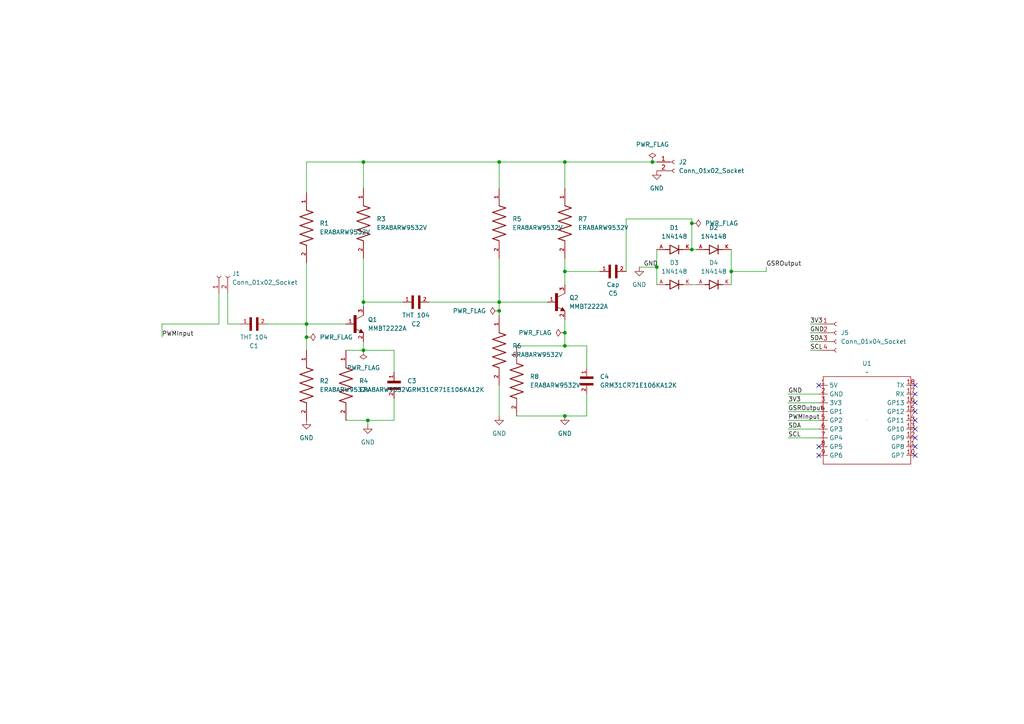
<source format=kicad_sch>
(kicad_sch (version 20231120) (generator "eeschema") (generator_version "8.0")
  (paper "A4")
  (lib_symbols
    (symbol "1N4148:1N4148" (pin_names (offset 1.016))
      (property "Reference" "D" (at -5.08 2.54 0))
      (property "Value" "1N4148" (at -5.08 -3.81 0))
      (symbol "1N4148_0_0"
        (polyline (pts (xy -2.54 0) (xy -1.27 0)) (stroke (width 0.254)))
        (polyline (pts (xy -1.27 -1.27) (xy 1.27 0)) (stroke (width 0.254)))
        (polyline (pts (xy -1.27 0) (xy -1.27 -1.27)) (stroke (width 0.254)))
        (polyline (pts (xy -1.27 1.27) (xy -1.27 0)) (stroke (width 0.254)))
        (polyline (pts (xy 1.27 0) (xy -1.27 1.27)) (stroke (width 0.254)))
        (polyline (pts (xy 1.27 0) (xy 1.27 -1.27)) (stroke (width 0.254)))
        (polyline (pts (xy 1.27 0) (xy 2.54 0)) (stroke (width 0.254)))
        (polyline (pts (xy 1.27 1.27) (xy 1.27 0)) (stroke (width 0.254)))
        (pin passive line (at -5.08 0 0) (length 2.54) (name "~") (number "A"))
        (pin passive line (at 5.08 0 180) (length 2.54) (name "~") (number "K"))
      )
    )
    (symbol "C0201C104K9PACTU:C0201C104K9PACTU" (pin_names (offset 1.016))
      (property "Reference" "C" (at 0 3.81 0))
      (property "Value" "C0201C104K9PACTU" (at 0 -5.08 0))
      (symbol "C0201C104K9PACTU_0_0"
        (rectangle (start 0 -1.905) (end 0.635 1.905) (stroke (width 0.1)) (fill (type outline)))
        (rectangle (start 1.905 -1.905) (end 2.54 1.905) (stroke (width 0.1)) (fill (type outline)))
        (pin passive line (at 5.08 0 180) (length 2.54) (name "~") (number "1"))
        (pin passive line (at -2.54 0 0) (length 2.54) (name "~") (number "2"))
      )
    )
    (symbol "Connector:Conn_01x02_Socket" (pin_names (offset 1.016) hide)
      (property "Reference" "J" (at 0 2.54 0))
      (property "Value" "Conn_01x02_Socket" (at 0 -5.08 0))
      (symbol "Conn_01x02_Socket_1_1"
        (arc (start 0 -2.032) (mid -0.5058 -2.54) (end 0 -3.048) (stroke (width 0.1524)))
        (polyline (pts (xy -1.27 -2.54) (xy -0.508 -2.54)) (stroke (width 0.1524)))
        (polyline (pts (xy -1.27 0) (xy -0.508 0)) (stroke (width 0.1524)))
        (arc (start 0 0.508) (mid -0.5058 0) (end 0 -0.508) (stroke (width 0.1524)))
        (pin passive line (at -5.08 0 0) (length 3.81) (name "Pin_1") (number "1"))
        (pin passive line (at -5.08 -2.54 0) (length 3.81) (name "Pin_2") (number "2"))
      )
    )
    (symbol "Connector:Conn_01x04_Socket" (pin_names (offset 1.016) hide)
      (property "Reference" "J" (at 0 5.08 0))
      (property "Value" "Conn_01x04_Socket" (at 0 -7.62 0))
      (symbol "Conn_01x04_Socket_1_1"
        (arc (start 0 -4.572) (mid -0.5058 -5.08) (end 0 -5.588) (stroke (width 0.1524)))
        (arc (start 0 -2.032) (mid -0.5058 -2.54) (end 0 -3.048) (stroke (width 0.1524)))
        (polyline (pts (xy -1.27 -5.08) (xy -0.508 -5.08)) (stroke (width 0.1524)))
        (polyline (pts (xy -1.27 -2.54) (xy -0.508 -2.54)) (stroke (width 0.1524)))
        (polyline (pts (xy -1.27 0) (xy -0.508 0)) (stroke (width 0.1524)))
        (polyline (pts (xy -1.27 2.54) (xy -0.508 2.54)) (stroke (width 0.1524)))
        (arc (start 0 0.508) (mid -0.5058 0) (end 0 -0.508) (stroke (width 0.1524)))
        (arc (start 0 3.048) (mid -0.5058 2.54) (end 0 2.032) (stroke (width 0.1524)))
        (pin passive line (at -5.08 2.54 0) (length 3.81) (name "Pin_1") (number "1"))
        (pin passive line (at -5.08 0 0) (length 3.81) (name "Pin_2") (number "2"))
        (pin passive line (at -5.08 -2.54 0) (length 3.81) (name "Pin_3") (number "3"))
        (pin passive line (at -5.08 -5.08 0) (length 3.81) (name "Pin_4") (number "4"))
      )
    )
    (symbol "ERA8ARW9532V:ERA8ARW9532V" (pin_names (offset 1.016))
      (property "Reference" "R" (at -7.624 2.541 0))
      (property "Value" "ERA8ARW9532V" (at -7.624 -5.087 0))
      (symbol "ERA8ARW9532V_0_0"
        (polyline (pts (xy -5.08 0) (xy -4.445 1.905)) (stroke (width 0.254)))
        (polyline (pts (xy -4.445 1.905) (xy -3.175 -1.905)) (stroke (width 0.254)))
        (polyline (pts (xy -3.175 -1.905) (xy -1.905 1.905)) (stroke (width 0.254)))
        (polyline (pts (xy -1.905 1.905) (xy -0.635 -1.905)) (stroke (width 0.254)))
        (polyline (pts (xy -0.635 -1.905) (xy 0.635 1.905)) (stroke (width 0.254)))
        (polyline (pts (xy 0.635 1.905) (xy 1.905 -1.905)) (stroke (width 0.254)))
        (polyline (pts (xy 1.905 -1.905) (xy 3.175 1.905)) (stroke (width 0.254)))
        (polyline (pts (xy 3.175 1.905) (xy 4.445 -1.905)) (stroke (width 0.254)))
        (polyline (pts (xy 4.445 -1.905) (xy 5.08 0)) (stroke (width 0.254)))
        (pin passive line (at -10.16 0 0) (length 5.08) (name "~") (number "1"))
        (pin passive line (at 10.16 0 180) (length 5.08) (name "~") (number "2"))
      )
    )
    (symbol "GRM31CR71E106KA12K:GRM31CR71E106KA12K" (pin_names (offset 1.016))
      (property "Reference" "C" (at 0 3.8109 0))
      (property "Value" "GRM31CR71E106KA12K" (at 0 -5.0885 0))
      (symbol "GRM31CR71E106KA12K_0_0"
        (rectangle (start 0 -1.9069) (end 0.635 1.905) (stroke (width 0.1)) (fill (type outline)))
        (rectangle (start 1.9069 -1.9069) (end 2.54 1.905) (stroke (width 0.1)) (fill (type outline)))
        (pin passive line (at -2.54 0 0) (length 2.54) (name "~") (number "1"))
        (pin passive line (at 5.08 0 180) (length 2.54) (name "~") (number "2"))
      )
    )
    (symbol "MMBT2222A:MMBT2222A" (pin_names (offset 1.016))
      (property "Reference" "Q" (at -10.16 7.62 0))
      (property "Value" "MMBT2222A" (at -10.16 -7.62 0))
      (symbol "MMBT2222A_0_0"
        (rectangle (start -0.254 -2.54) (end 0.508 2.54) (stroke (width 0.1)) (fill (type outline)))
        (polyline (pts (xy 1.54 -2.04) (xy 0.308 -1.424)) (stroke (width 0.1524)))
        (polyline (pts (xy 2.54 2.54) (xy 0.508 1.524)) (stroke (width 0.1524)))
        (polyline (pts (xy 1.27 -2.54) (xy 1.778 -1.524) (xy 2.54 -2.54) (xy 1.27 -2.54)) (stroke (width 0.1524)) (fill (type outline)))
        (pin passive line (at -2.54 0 0) (length 2.54) (name "~") (number "1"))
        (pin passive line (at 2.54 -5.08 90) (length 2.54) (name "~") (number "2"))
        (pin passive line (at 2.54 5.08 270) (length 2.54) (name "~") (number "3"))
      )
    )
    (symbol "XIAO:XIAO0"
      (property "Reference" "U" (at 0 0 0))
      (symbol "XIAO0_0_1"
        (rectangle (start -12.7 12.7) (end 12.7 -12.7))
        (rectangle (start 0 0) (end 0 0))
      )
      (symbol "XIAO0_1_1"
        (pin input line (at -13.97 10.16 0) (length 2.54) (name "5V") (number "1"))
        (pin input line (at 13.97 -10.16 180) (length 2.54) (name "GP7") (number "10"))
        (pin input line (at 13.97 -7.62 180) (length 2.54) (name "GP8") (number "11"))
        (pin input line (at 13.97 -5.08 180) (length 2.54) (name "GP9") (number "12"))
        (pin input line (at 13.97 -2.54 180) (length 2.54) (name "GP10") (number "13"))
        (pin input line (at 13.97 0 180) (length 2.54) (name "GP11") (number "14"))
        (pin input line (at 13.97 2.54 180) (length 2.54) (name "GP12") (number "15"))
        (pin input line (at 13.97 5.08 180) (length 2.54) (name "GP13") (number "16"))
        (pin input line (at 13.97 7.62 180) (length 2.54) (name "RX") (number "17"))
        (pin input line (at 13.97 10.16 180) (length 2.54) (name "TX") (number "18"))
        (pin input line (at -13.97 7.62 0) (length 2.54) (name "GND") (number "2"))
        (pin output line (at -13.97 5.08 0) (length 2.54) (name "3V3") (number "3"))
        (pin input line (at -13.97 2.54 0) (length 2.54) (name "GP1") (number "4"))
        (pin input line (at -13.97 0 0) (length 2.54) (name "GP2") (number "5"))
        (pin input line (at -13.97 -2.54 0) (length 2.54) (name "GP3") (number "6"))
        (pin input line (at -13.97 -5.08 0) (length 2.54) (name "GP4") (number "7"))
        (pin input line (at -13.97 -7.62 0) (length 2.54) (name "GP5") (number "8"))
        (pin input line (at -13.97 -10.16 0) (length 2.54) (name "GP6") (number "9"))
      )
    )
    (symbol "power:GND" (power) (pin_numbers hide) (pin_names (offset 0) hide)
      (property "Value" "GND" (at 0 -3.81 0))
      (symbol "GND_0_1"
        (polyline (pts (xy 0 0) (xy 0 -1.27) (xy 1.27 -1.27) (xy 0 -2.54) (xy -1.27 -1.27) (xy 0 -1.27)))
      )
      (symbol "GND_1_1"
        (pin power_in line (at 0 0 270) (length 0) (name "~") (number "1"))
      )
    )
    (symbol "power:PWR_FLAG" (power) (pin_numbers hide) (pin_names (offset 0) hide)
      (property "Value" "PWR_FLAG" (at 0 3.81 0))
      (symbol "PWR_FLAG_0_0"
        (pin power_out line (at 0 0 90) (length 0) (name "~") (number "1"))
      )
      (symbol "PWR_FLAG_0_1"
        (polyline (pts (xy 0 0) (xy 0 1.27) (xy -1.016 1.905) (xy 0 2.54) (xy 1.016 1.905) (xy 0 1.27)))
      )
    )
  )
  (junction (at 88.9 97.79))
  (junction (at 190.5 77.47))
  (junction (at 105.41 87.63))
  (junction (at 105.41 101.6))
  (junction (at 200.66 64.77))
  (junction (at 163.83 100.33))
  (junction (at 88.9 93.98))
  (junction (at 105.41 46.99))
  (junction (at 144.78 90.17))
  (junction (at 163.83 46.99))
  (junction (at 144.78 46.99))
  (junction (at 212.09 78.74))
  (junction (at 163.83 96.52))
  (junction (at 163.83 120.65))
  (junction (at 144.78 87.63))
  (junction (at 189.23 46.99))
  (junction (at 200.66 72.39))
  (junction (at 106.68 121.92))
  (junction (at 163.83 78.74))
  (no_connect (at 265.43 129.54))
  (no_connect (at 265.43 132.08))
  (no_connect (at 265.43 114.3))
  (no_connect (at 265.43 121.92))
  (no_connect (at 265.43 119.38))
  (no_connect (at 265.43 116.84))
  (no_connect (at 237.49 132.08))
  (no_connect (at 265.43 124.46))
  (no_connect (at 237.49 129.54))
  (no_connect (at 237.49 111.76))
  (no_connect (at 265.43 127))
  (no_connect (at 265.43 111.76))
  (wire (pts (xy 228.6 114.3) (xy 237.49 114.3)))
  (wire (pts (xy 181.61 63.5) (xy 200.66 63.5)))
  (wire (pts (xy 88.9 76.2) (xy 88.9 93.98)))
  (wire (pts (xy 228.6 121.92) (xy 237.49 121.92)))
  (wire (pts (xy 144.78 46.99) (xy 163.83 46.99)))
  (wire (pts (xy 228.6 124.46) (xy 237.49 124.46)))
  (wire (pts (xy 170.18 100.33) (xy 170.18 106.68)))
  (wire (pts (xy 228.6 119.38) (xy 237.49 119.38)))
  (wire (pts (xy 234.95 93.98) (xy 237.49 93.98)))
  (wire (pts (xy 105.41 101.6) (xy 114.3 101.6)))
  (wire (pts (xy 106.68 121.92) (xy 100.33 121.92)))
  (wire (pts (xy 105.41 74.93) (xy 105.41 87.63)))
  (wire (pts (xy 105.41 54.61) (xy 105.41 46.99)))
  (wire (pts (xy 163.83 74.93) (xy 163.83 78.74)))
  (wire (pts (xy 88.9 55.88) (xy 88.9 46.99)))
  (wire (pts (xy 144.78 87.63) (xy 144.78 90.17)))
  (wire (pts (xy 190.5 72.39) (xy 190.5 77.47)))
  (wire (pts (xy 124.46 87.63) (xy 144.78 87.63)))
  (wire (pts (xy 170.18 120.65) (xy 163.83 120.65)))
  (wire (pts (xy 212.09 72.39) (xy 212.09 78.74)))
  (wire (pts (xy 88.9 46.99) (xy 105.41 46.99)))
  (wire (pts (xy 228.6 127) (xy 237.49 127)))
  (wire (pts (xy 190.5 77.47) (xy 190.5 82.55)))
  (wire (pts (xy 163.83 92.71) (xy 163.83 96.52)))
  (wire (pts (xy 149.86 100.33) (xy 163.83 100.33)))
  (wire (pts (xy 234.95 96.52) (xy 237.49 96.52)))
  (wire (pts (xy 144.78 74.93) (xy 144.78 87.63)))
  (wire (pts (xy 222.25 78.74) (xy 212.09 78.74)))
  (wire (pts (xy 144.78 54.61) (xy 144.78 46.99)))
  (wire (pts (xy 181.61 78.74) (xy 181.61 63.5)))
  (wire (pts (xy 66.04 85.09) (xy 66.04 93.98)))
  (wire (pts (xy 88.9 93.98) (xy 100.33 93.98)))
  (wire (pts (xy 88.9 93.98) (xy 88.9 97.79)))
  (wire (pts (xy 163.83 46.99) (xy 189.23 46.99)))
  (wire (pts (xy 170.18 114.3) (xy 170.18 120.65)))
  (wire (pts (xy 63.5 85.09) (xy 63.5 93.98)))
  (wire (pts (xy 185.42 77.47) (xy 190.5 77.47)))
  (wire (pts (xy 200.66 63.5) (xy 200.66 64.77)))
  (wire (pts (xy 46.99 93.98) (xy 63.5 93.98)))
  (wire (pts (xy 46.99 97.79) (xy 46.99 93.98)))
  (wire (pts (xy 114.3 101.6) (xy 114.3 107.95)))
  (wire (pts (xy 144.78 90.17) (xy 144.78 91.44)))
  (wire (pts (xy 88.9 97.79) (xy 88.9 101.6)))
  (wire (pts (xy 234.95 99.06) (xy 237.49 99.06)))
  (wire (pts (xy 163.83 54.61) (xy 163.83 46.99)))
  (wire (pts (xy 222.25 77.47) (xy 222.25 78.74)))
  (wire (pts (xy 228.6 116.84) (xy 237.49 116.84)))
  (wire (pts (xy 189.23 46.99) (xy 190.5 46.99)))
  (wire (pts (xy 200.66 72.39) (xy 201.93 72.39)))
  (wire (pts (xy 105.41 87.63) (xy 116.84 87.63)))
  (wire (pts (xy 163.83 82.55) (xy 163.83 78.74)))
  (wire (pts (xy 105.41 46.99) (xy 144.78 46.99)))
  (wire (pts (xy 144.78 87.63) (xy 158.75 87.63)))
  (wire (pts (xy 77.47 93.98) (xy 88.9 93.98)))
  (wire (pts (xy 106.68 123.19) (xy 106.68 121.92)))
  (wire (pts (xy 114.3 121.92) (xy 106.68 121.92)))
  (wire (pts (xy 163.83 120.65) (xy 149.86 120.65)))
  (wire (pts (xy 105.41 87.63) (xy 105.41 88.9)))
  (wire (pts (xy 144.78 111.76) (xy 144.78 120.65)))
  (wire (pts (xy 163.83 100.33) (xy 170.18 100.33)))
  (wire (pts (xy 163.83 78.74) (xy 173.99 78.74)))
  (wire (pts (xy 105.41 99.06) (xy 105.41 101.6)))
  (wire (pts (xy 200.66 82.55) (xy 201.93 82.55)))
  (wire (pts (xy 200.66 64.77) (xy 200.66 72.39)))
  (wire (pts (xy 163.83 96.52) (xy 163.83 100.33)))
  (wire (pts (xy 114.3 115.57) (xy 114.3 121.92)))
  (wire (pts (xy 100.33 101.6) (xy 105.41 101.6)))
  (wire (pts (xy 234.95 101.6) (xy 237.49 101.6)))
  (wire (pts (xy 66.04 93.98) (xy 69.85 93.98)))
  (wire (pts (xy 212.09 78.74) (xy 212.09 82.55)))
  (label "3V3" (at 228.6 116.84 0))
  (label "GND" (at 228.6 114.3 0))
  (label "GSROutput" (at 222.25 77.47 0))
  (label "3V3" (at 234.95 93.98 0))
  (label "GND" (at 186.69 77.47 0))
  (label "GND" (at 234.95 96.52 0))
  (label "SCL" (at 228.6 127 0))
  (label "GSROutput" (at 228.6 119.38 0))
  (label "SCL" (at 234.95 101.6 0))
  (label "SDA" (at 234.95 99.06 0))
  (label "PWMInput" (at 46.99 97.79 0))
  (label "SDA" (at 228.6 124.46 0))
  (label "PWMInput" (at 228.6 121.92 0))
  (symbol (lib_id "power:GND") (at 144.78 120.65 0) (unit 1)
    (property "Reference" "#PWR6" (effects (hide yes)))
    (property "Value" "GND" (at 144.78 125.73 0))
    (property "Description" "Power symbol creates a global label with name \"GND\" , ground" (effects (hide yes)))
  )
  (symbol (lib_id "GRM31CR71E106KA12K:GRM31CR71E106KA12K") (at 114.3 110.49 270) (unit 1)
    (property "Reference" "C3" (at 118.11 110.4899 90) (effects (justify left)))
    (property "Value" "GRM31CR71E106KA12K" (at 118.11 113.0299 90) (effects (justify left)))
    (property "Footprint" "GRM31CR71E106KA12K:CAPC3216X180N" (effects (hide yes)))
    (property "MF" "Murata" (effects (hide yes)))
    (property "Description_1" "\n                        \n                            SMD capacitor X7R(EIA) with capacitance 10uF Tol.10%. Rated voltage 25Vdc 125C\n                        \n" (effects (hide yes)))
    (property "Package" "1206 Murata" (effects (hide yes)))
    (property "Price" "None" (effects (hide yes)))
    (property "SnapEDA_Link" "https://www.snapeda.com/parts/GRM31CR71E106KA12K/Murata/view-part/?ref=snap" (effects (hide yes)))
    (property "MP" "GRM31CR71E106KA12K" (effects (hide yes)))
    (property "Availability" "In Stock" (effects (hide yes)))
    (property "Check_prices" "https://www.snapeda.com/parts/GRM31CR71E106KA12K/Murata/view-part/?ref=eda" (effects (hide yes)))
  )
  (symbol (lib_id "C0201C104K9PACTU:C0201C104K9PACTU") (at 121.92 87.63 180) (unit 1)
    (property "Reference" "C2" (at 120.65 93.98 0))
    (property "Value" "THT 104" (at 120.65 91.44 0))
    (property "Footprint" "Capacitor_THT:C_Radial_D5.0mm_H7.0mm_P2.00mm" (effects (hide yes)))
    (property "MF" "KEMET" (effects (hide yes)))
    (property "Description_1" "\n                        \n                            0201 C 100nF Ceramic Multilayer Capacitor, 6.3VDC, +85degC, X5R Dielec, +/-10% | KEMET C0201C104K9PACTU\n                        \n" (effects (hide yes)))
    (property "Package" "0201 Kemet" (effects (hide yes)))
    (property "Price" "None" (effects (hide yes)))
    (property "SnapEDA_Link" "https://www.snapeda.com/parts/C0201C104K9PACTU/KEMET/view-part/?ref=snap" (effects (hide yes)))
    (property "MP" "C0201C104K9PACTU" (effects (hide yes)))
    (property "Availability" "In Stock" (effects (hide yes)))
    (property "Check_prices" "https://www.snapeda.com/parts/C0201C104K9PACTU/KEMET/view-part/?ref=eda" (effects (hide yes)))
  )
  (symbol (lib_id "power:GND") (at 106.68 123.19 0) (unit 1)
    (property "Reference" "#PWR1" (effects (hide yes)))
    (property "Value" "GND" (at 106.68 128.27 0))
    (property "Description" "Power symbol creates a global label with name \"GND\" , ground" (effects (hide yes)))
  )
  (symbol (lib_id "power:GND") (at 163.83 120.65 0) (unit 1)
    (property "Reference" "#PWR2" (effects (hide yes)))
    (property "Value" "GND" (at 163.83 125.73 0))
    (property "Description" "Power symbol creates a global label with name \"GND\" , ground" (effects (hide yes)))
  )
  (symbol (lib_id "Connector:Conn_01x02_Socket") (at 63.5 80.01 90) (unit 1)
    (property "Reference" "J1" (at 67.31 79.3749 90) (effects (justify right)))
    (property "Value" "Conn_01x02_Socket" (at 67.31 81.9149 90) (effects (justify right)))
    (property "Footprint" "Connector_JST:JST_EH_B2B-EH-A_1x02_P2.50mm_Vertical" (effects (hide yes)))
    (property "Description" "Generic connector, single row, 01x02, script generated" (effects (hide yes)))
  )
  (symbol (lib_id "ERA8ARW9532V:ERA8ARW9532V") (at 149.86 110.49 270) (unit 1)
    (property "Reference" "R8" (at 153.67 109.2199 90) (effects (justify left)))
    (property "Value" "ERA8ARW9532V" (at 153.67 111.7599 90) (effects (justify left)))
    (property "Footprint" "ERA8ARW9532V:RES_ERA8ARW9532V" (effects (hide yes)))
    (property "MF" "Panasonic" (effects (hide yes)))
    (property "MAXIMUM_PACKAGE_HEIGHT" "0.6 mm" (effects (hide yes)))
    (property "Package" "3216-2 Panasonic" (effects (hide yes)))
    (property "Price" "None" (effects (hide yes)))
    (property "Check_prices" "https://www.snapeda.com/parts/ERA-8ARW9532V/Panasonic/view-part/?ref=eda" (effects (hide yes)))
    (property "STANDARD" "Manufacturer Recommendations" (effects (hide yes)))
    (property "PARTREV" "3/1/2020" (effects (hide yes)))
    (property "SnapEDA_Link" "https://www.snapeda.com/parts/ERA-8ARW9532V/Panasonic/view-part/?ref=snap" (effects (hide yes)))
    (property "MP" "ERA-8ARW9532V" (effects (hide yes)))
    (property "Description_1" "\n                        \n                            Resistor 1206 Smd 0.05% 10ppm 95.3kohm\n                        \n" (effects (hide yes)))
    (property "Availability" "In Stock" (effects (hide yes)))
    (property "MANUFACTURER" "Panasonic" (effects (hide yes)))
  )
  (symbol (lib_id "Connector:Conn_01x02_Socket") (at 195.58 46.99 0) (unit 1)
    (property "Reference" "J2" (at 196.85 46.9899 0) (effects (justify left)))
    (property "Value" "Conn_01x02_Socket" (at 196.85 49.5299 0) (effects (justify left)))
    (property "Footprint" "Connector_JST:JST_EH_B2B-EH-A_1x02_P2.50mm_Vertical" (effects (hide yes)))
    (property "Description" "Generic connector, single row, 01x02, script generated" (effects (hide yes)))
  )
  (symbol (lib_id "GRM31CR71E106KA12K:GRM31CR71E106KA12K") (at 170.18 109.22 270) (unit 1)
    (property "Reference" "C4" (at 173.99 109.2199 90) (effects (justify left)))
    (property "Value" "GRM31CR71E106KA12K" (at 173.99 111.7599 90) (effects (justify left)))
    (property "Footprint" "GRM31CR71E106KA12K:CAPC3216X180N" (effects (hide yes)))
    (property "MF" "Murata" (effects (hide yes)))
    (property "Description_1" "\n                        \n                            SMD capacitor X7R(EIA) with capacitance 10uF Tol.10%. Rated voltage 25Vdc 125C\n                        \n" (effects (hide yes)))
    (property "Package" "1206 Murata" (effects (hide yes)))
    (property "Price" "None" (effects (hide yes)))
    (property "SnapEDA_Link" "https://www.snapeda.com/parts/GRM31CR71E106KA12K/Murata/view-part/?ref=snap" (effects (hide yes)))
    (property "MP" "GRM31CR71E106KA12K" (effects (hide yes)))
    (property "Availability" "In Stock" (effects (hide yes)))
    (property "Check_prices" "https://www.snapeda.com/parts/GRM31CR71E106KA12K/Murata/view-part/?ref=eda" (effects (hide yes)))
  )
  (symbol (lib_id "1N4148:1N4148") (at 207.01 82.55 0) (unit 1)
    (property "Reference" "D4" (at 207.01 76.2 0))
    (property "Value" "1N4148" (at 207.01 78.74 0))
    (property "Footprint" "1N4148:DIOAD753W49L380D172B" (effects (hide yes)))
    (property "MF" "Fairchild Semiconductor" (effects (hide yes)))
    (property "MAXIMUM_PACKAGE_HEIGHT" "1.91mm" (effects (hide yes)))
    (property "Package" "None" (effects (hide yes)))
    (property "Price" "None" (effects (hide yes)))
    (property "Check_prices" "https://www.snapeda.com/parts/1N4148/Fairchild+Imaging/view-part/?ref=eda" (effects (hide yes)))
    (property "STANDARD" "IPC-7351B" (effects (hide yes)))
    (property "PARTREV" "5" (effects (hide yes)))
    (property "SnapEDA_Link" "https://www.snapeda.com/parts/1N4148/Fairchild+Imaging/view-part/?ref=snap" (effects (hide yes)))
    (property "MP" "1N4148" (effects (hide yes)))
    (property "Description_1" "\n                        \n                            Diode Standard 100 V 200mA Through Hole DO-35\n                        \n" (effects (hide yes)))
    (property "Availability" "In Stock" (effects (hide yes)))
    (property "MANUFACTURER" "Onsemi" (effects (hide yes)))
  )
  (symbol (lib_id "C0201C104K9PACTU:C0201C104K9PACTU") (at 74.93 93.98 180) (unit 1)
    (property "Reference" "C1" (at 73.66 100.33 0))
    (property "Value" "THT 104" (at 73.66 97.79 0))
    (property "Footprint" "Capacitor_THT:C_Radial_D5.0mm_H7.0mm_P2.00mm" (effects (hide yes)))
    (property "MF" "KEMET" (effects (hide yes)))
    (property "Description_1" "\n                        \n                            0201 C 100nF Ceramic Multilayer Capacitor, 6.3VDC, +85degC, X5R Dielec, +/-10% | KEMET C0201C104K9PACTU\n                        \n" (effects (hide yes)))
    (property "Package" "0201 Kemet" (effects (hide yes)))
    (property "Price" "None" (effects (hide yes)))
    (property "SnapEDA_Link" "https://www.snapeda.com/parts/C0201C104K9PACTU/KEMET/view-part/?ref=snap" (effects (hide yes)))
    (property "MP" "C0201C104K9PACTU" (effects (hide yes)))
    (property "Availability" "In Stock" (effects (hide yes)))
    (property "Check_prices" "https://www.snapeda.com/parts/C0201C104K9PACTU/KEMET/view-part/?ref=eda" (effects (hide yes)))
  )
  (symbol (lib_id "power:GND") (at 185.42 77.47 0) (unit 1)
    (property "Reference" "#PWR3" (effects (hide yes)))
    (property "Value" "GND" (at 185.42 82.55 0))
    (property "Description" "Power symbol creates a global label with name \"GND\" , ground" (effects (hide yes)))
  )
  (symbol (lib_id "power:PWR_FLAG") (at 189.23 46.99 0) (unit 1)
    (property "Reference" "#FLG1" (effects (hide yes)))
    (property "Value" "PWR_FLAG" (at 189.23 41.91 0))
    (property "Description" "Special symbol for telling ERC where power comes from" (effects (hide yes)))
  )
  (symbol (lib_id "XIAO:XIAO0") (at 251.46 121.92 0) (unit 1)
    (property "Reference" "U1" (at 251.46 105.41 0))
    (property "Value" "~" (at 251.46 107.95 0))
    (property "Footprint" "PCBLIB_ESP32-S3-ZERO-(SANE-SCHEMATIC-FOOTPRINT-COMBO)_2025-05-01:ESP32-S3-XIAO" (effects (hide yes)))
  )
  (symbol (lib_id "power:GND") (at 88.9 121.92 0) (unit 1)
    (property "Reference" "#PWR5" (effects (hide yes)))
    (property "Value" "GND" (at 88.9 127 0))
    (property "Description" "Power symbol creates a global label with name \"GND\" , ground" (effects (hide yes)))
  )
  (symbol (lib_id "MMBT2222A:MMBT2222A") (at 102.87 93.98 0) (unit 1)
    (property "Reference" "Q1" (at 106.68 92.7099 0) (effects (justify left)))
    (property "Value" "MMBT2222A" (at 106.68 95.2499 0) (effects (justify left)))
    (property "Footprint" "MMBT2222A:SOT95P240X120-3N" (effects (hide yes)))
    (property "MF" "Diotec Semiconductor" (effects (hide yes)))
    (property "SNAPEDA_PACKAGE_ID" "124619" (effects (hide yes)))
    (property "Package" "SOT-23 Diotec" (effects (hide yes)))
    (property "Price" "None" (effects (hide yes)))
    (property "Check_prices" "https://www.snapeda.com/parts/MMBT2222A/Diotec/view-part/?ref=eda" (effects (hide yes)))
    (property "STANDARD" "IPC 7351B" (effects (hide yes)))
    (property "PARTREV" "2024-03-11" (effects (hide yes)))
    (property "SnapEDA_Link" "https://www.snapeda.com/parts/MMBT2222A/Diotec/view-part/?ref=snap" (effects (hide yes)))
    (property "MP" "MMBT2222A" (effects (hide yes)))
    (property "Description_1" "\n                        \n                            BJT, SOT-23, 40V, 600mA, NPN, 0.25W, 150°C\n                        \n" (effects (hide yes)))
    (property "MANUFACTURER" "Diotec" (effects (hide yes)))
    (property "Availability" "In Stock" (effects (hide yes)))
    (property "MAXIMUM_PACKAGE_HEIGHT" "1.20mm" (effects (hide yes)))
  )
  (symbol (lib_id "ERA8ARW9532V:ERA8ARW9532V") (at 88.9 111.76 270) (unit 1)
    (property "Reference" "R2" (at 92.71 110.4899 90) (effects (justify left)))
    (property "Value" "ERA8ARW9532V" (at 92.71 113.0299 90) (effects (justify left)))
    (property "Footprint" "ERA8ARW9532V:RES_ERA8ARW9532V" (effects (hide yes)))
    (property "MF" "Panasonic" (effects (hide yes)))
    (property "MAXIMUM_PACKAGE_HEIGHT" "0.6 mm" (effects (hide yes)))
    (property "Package" "3216-2 Panasonic" (effects (hide yes)))
    (property "Price" "None" (effects (hide yes)))
    (property "Check_prices" "https://www.snapeda.com/parts/ERA-8ARW9532V/Panasonic/view-part/?ref=eda" (effects (hide yes)))
    (property "STANDARD" "Manufacturer Recommendations" (effects (hide yes)))
    (property "PARTREV" "3/1/2020" (effects (hide yes)))
    (property "SnapEDA_Link" "https://www.snapeda.com/parts/ERA-8ARW9532V/Panasonic/view-part/?ref=snap" (effects (hide yes)))
    (property "MP" "ERA-8ARW9532V" (effects (hide yes)))
    (property "Description_1" "\n                        \n                            Resistor 1206 Smd 0.05% 10ppm 95.3kohm\n                        \n" (effects (hide yes)))
    (property "Availability" "In Stock" (effects (hide yes)))
    (property "MANUFACTURER" "Panasonic" (effects (hide yes)))
  )
  (symbol (lib_id "ERA8ARW9532V:ERA8ARW9532V") (at 144.78 64.77 270) (unit 1)
    (property "Reference" "R5" (at 148.59 63.4999 90) (effects (justify left)))
    (property "Value" "ERA8ARW9532V" (at 148.59 66.0399 90) (effects (justify left)))
    (property "Footprint" "ERA8ARW9532V:RES_ERA8ARW9532V" (effects (hide yes)))
    (property "MF" "Panasonic" (effects (hide yes)))
    (property "MAXIMUM_PACKAGE_HEIGHT" "0.6 mm" (effects (hide yes)))
    (property "Package" "3216-2 Panasonic" (effects (hide yes)))
    (property "Price" "None" (effects (hide yes)))
    (property "Check_prices" "https://www.snapeda.com/parts/ERA-8ARW9532V/Panasonic/view-part/?ref=eda" (effects (hide yes)))
    (property "STANDARD" "Manufacturer Recommendations" (effects (hide yes)))
    (property "PARTREV" "3/1/2020" (effects (hide yes)))
    (property "SnapEDA_Link" "https://www.snapeda.com/parts/ERA-8ARW9532V/Panasonic/view-part/?ref=snap" (effects (hide yes)))
    (property "MP" "ERA-8ARW9532V" (effects (hide yes)))
    (property "Description_1" "\n                        \n                            Resistor 1206 Smd 0.05% 10ppm 95.3kohm\n                        \n" (effects (hide yes)))
    (property "Availability" "In Stock" (effects (hide yes)))
    (property "MANUFACTURER" "Panasonic" (effects (hide yes)))
  )
  (symbol (lib_id "power:GND") (at 190.5 49.53 0) (unit 1)
    (property "Reference" "#PWR4" (effects (hide yes)))
    (property "Value" "GND" (at 190.5 54.61 0))
    (property "Description" "Power symbol creates a global label with name \"GND\" , ground" (effects (hide yes)))
  )
  (symbol (lib_id "ERA8ARW9532V:ERA8ARW9532V") (at 144.78 101.6 270) (unit 1)
    (property "Reference" "R6" (at 148.59 100.3299 90) (effects (justify left)))
    (property "Value" "ERA8ARW9532V" (at 148.59 102.8699 90) (effects (justify left)))
    (property "Footprint" "ERA8ARW9532V:RES_ERA8ARW9532V" (effects (hide yes)))
    (property "MF" "Panasonic" (effects (hide yes)))
    (property "MAXIMUM_PACKAGE_HEIGHT" "0.6 mm" (effects (hide yes)))
    (property "Package" "3216-2 Panasonic" (effects (hide yes)))
    (property "Price" "None" (effects (hide yes)))
    (property "Check_prices" "https://www.snapeda.com/parts/ERA-8ARW9532V/Panasonic/view-part/?ref=eda" (effects (hide yes)))
    (property "STANDARD" "Manufacturer Recommendations" (effects (hide yes)))
    (property "PARTREV" "3/1/2020" (effects (hide yes)))
    (property "SnapEDA_Link" "https://www.snapeda.com/parts/ERA-8ARW9532V/Panasonic/view-part/?ref=snap" (effects (hide yes)))
    (property "MP" "ERA-8ARW9532V" (effects (hide yes)))
    (property "Description_1" "\n                        \n                            Resistor 1206 Smd 0.05% 10ppm 95.3kohm\n                        \n" (effects (hide yes)))
    (property "Availability" "In Stock" (effects (hide yes)))
    (property "MANUFACTURER" "Panasonic" (effects (hide yes)))
  )
  (symbol (lib_id "MMBT2222A:MMBT2222A") (at 161.29 87.63 0) (unit 1)
    (property "Reference" "Q2" (at 165.1 86.3599 0) (effects (justify left)))
    (property "Value" "MMBT2222A" (at 165.1 88.8999 0) (effects (justify left)))
    (property "Footprint" "MMBT2222A:SOT95P240X120-3N" (effects (hide yes)))
    (property "MF" "Diotec Semiconductor" (effects (hide yes)))
    (property "SNAPEDA_PACKAGE_ID" "124619" (effects (hide yes)))
    (property "Package" "SOT-23 Diotec" (effects (hide yes)))
    (property "Price" "None" (effects (hide yes)))
    (property "Check_prices" "https://www.snapeda.com/parts/MMBT2222A/Diotec/view-part/?ref=eda" (effects (hide yes)))
    (property "STANDARD" "IPC 7351B" (effects (hide yes)))
    (property "PARTREV" "2024-03-11" (effects (hide yes)))
    (property "SnapEDA_Link" "https://www.snapeda.com/parts/MMBT2222A/Diotec/view-part/?ref=snap" (effects (hide yes)))
    (property "MP" "MMBT2222A" (effects (hide yes)))
    (property "Description_1" "\n                        \n                            BJT, SOT-23, 40V, 600mA, NPN, 0.25W, 150°C\n                        \n" (effects (hide yes)))
    (property "MANUFACTURER" "Diotec" (effects (hide yes)))
    (property "Availability" "In Stock" (effects (hide yes)))
    (property "MAXIMUM_PACKAGE_HEIGHT" "1.20mm" (effects (hide yes)))
  )
  (symbol (lib_id "power:PWR_FLAG") (at 105.41 101.6 180) (unit 1)
    (property "Reference" "#FLG2" (effects (hide yes)))
    (property "Value" "PWR_FLAG" (at 105.41 106.68 0))
    (property "Description" "Special symbol for telling ERC where power comes from" (effects (hide yes)))
  )
  (symbol (lib_id "1N4148:1N4148") (at 195.58 82.55 0) (unit 1)
    (property "Reference" "D3" (at 195.58 76.2 0))
    (property "Value" "1N4148" (at 195.58 78.74 0))
    (property "Footprint" "1N4148:DIOAD753W49L380D172B" (effects (hide yes)))
    (property "MF" "Fairchild Semiconductor" (effects (hide yes)))
    (property "MAXIMUM_PACKAGE_HEIGHT" "1.91mm" (effects (hide yes)))
    (property "Package" "None" (effects (hide yes)))
    (property "Price" "None" (effects (hide yes)))
    (property "Check_prices" "https://www.snapeda.com/parts/1N4148/Fairchild+Imaging/view-part/?ref=eda" (effects (hide yes)))
    (property "STANDARD" "IPC-7351B" (effects (hide yes)))
    (property "PARTREV" "5" (effects (hide yes)))
    (property "SnapEDA_Link" "https://www.snapeda.com/parts/1N4148/Fairchild+Imaging/view-part/?ref=snap" (effects (hide yes)))
    (property "MP" "1N4148" (effects (hide yes)))
    (property "Description_1" "\n                        \n                            Diode Standard 100 V 200mA Through Hole DO-35\n                        \n" (effects (hide yes)))
    (property "Availability" "In Stock" (effects (hide yes)))
    (property "MANUFACTURER" "Onsemi" (effects (hide yes)))
  )
  (symbol (lib_id "ERA8ARW9532V:ERA8ARW9532V") (at 100.33 111.76 270) (unit 1)
    (property "Reference" "R4" (at 104.14 110.4899 90) (effects (justify left)))
    (property "Value" "ERA8ARW9532V" (at 104.14 113.0299 90) (effects (justify left)))
    (property "Footprint" "ERA8ARW9532V:RES_ERA8ARW9532V" (effects (hide yes)))
    (property "MF" "Panasonic" (effects (hide yes)))
    (property "MAXIMUM_PACKAGE_HEIGHT" "0.6 mm" (effects (hide yes)))
    (property "Package" "3216-2 Panasonic" (effects (hide yes)))
    (property "Price" "None" (effects (hide yes)))
    (property "Check_prices" "https://www.snapeda.com/parts/ERA-8ARW9532V/Panasonic/view-part/?ref=eda" (effects (hide yes)))
    (property "STANDARD" "Manufacturer Recommendations" (effects (hide yes)))
    (property "PARTREV" "3/1/2020" (effects (hide yes)))
    (property "SnapEDA_Link" "https://www.snapeda.com/parts/ERA-8ARW9532V/Panasonic/view-part/?ref=snap" (effects (hide yes)))
    (property "MP" "ERA-8ARW9532V" (effects (hide yes)))
    (property "Description_1" "\n                        \n                            Resistor 1206 Smd 0.05% 10ppm 95.3kohm\n                        \n" (effects (hide yes)))
    (property "Availability" "In Stock" (effects (hide yes)))
    (property "MANUFACTURER" "Panasonic" (effects (hide yes)))
  )
  (symbol (lib_id "ERA8ARW9532V:ERA8ARW9532V") (at 163.83 64.77 270) (unit 1)
    (property "Reference" "R7" (at 167.64 63.4999 90) (effects (justify left)))
    (property "Value" "ERA8ARW9532V" (at 167.64 66.0399 90) (effects (justify left)))
    (property "Footprint" "ERA8ARW9532V:RES_ERA8ARW9532V" (effects (hide yes)))
    (property "MF" "Panasonic" (effects (hide yes)))
    (property "MAXIMUM_PACKAGE_HEIGHT" "0.6 mm" (effects (hide yes)))
    (property "Package" "3216-2 Panasonic" (effects (hide yes)))
    (property "Price" "None" (effects (hide yes)))
    (property "Check_prices" "https://www.snapeda.com/parts/ERA-8ARW9532V/Panasonic/view-part/?ref=eda" (effects (hide yes)))
    (property "STANDARD" "Manufacturer Recommendations" (effects (hide yes)))
    (property "PARTREV" "3/1/2020" (effects (hide yes)))
    (property "SnapEDA_Link" "https://www.snapeda.com/parts/ERA-8ARW9532V/Panasonic/view-part/?ref=snap" (effects (hide yes)))
    (property "MP" "ERA-8ARW9532V" (effects (hide yes)))
    (property "Description_1" "\n                        \n                            Resistor 1206 Smd 0.05% 10ppm 95.3kohm\n                        \n" (effects (hide yes)))
    (property "Availability" "In Stock" (effects (hide yes)))
    (property "MANUFACTURER" "Panasonic" (effects (hide yes)))
  )
  (symbol (lib_id "power:PWR_FLAG") (at 200.66 64.77 270) (unit 1)
    (property "Reference" "#FLG7" (effects (hide yes)))
    (property "Value" "PWR_FLAG" (at 204.47 64.7699 90) (effects (justify left)))
    (property "Description" "Special symbol for telling ERC where power comes from" (effects (hide yes)))
  )
  (symbol (lib_id "power:PWR_FLAG") (at 163.83 96.52 90) (unit 1)
    (property "Reference" "#FLG5" (effects (hide yes)))
    (property "Value" "PWR_FLAG" (at 160.02 96.5199 90) (effects (justify left)))
    (property "Description" "Special symbol for telling ERC where power comes from" (effects (hide yes)))
  )
  (symbol (lib_id "Connector:Conn_01x04_Socket") (at 242.57 96.52 0) (unit 1)
    (property "Reference" "J5" (at 243.84 96.5199 0) (effects (justify left)))
    (property "Value" "Conn_01x04_Socket" (at 243.84 99.0599 0) (effects (justify left)))
    (property "Footprint" "Connector_JST:JST_EH_B4B-EH-A_1x04_P2.50mm_Vertical" (effects (hide yes)))
    (property "Description" "Generic connector, single row, 01x04, script generated" (effects (hide yes)))
  )
  (symbol (lib_id "ERA8ARW9532V:ERA8ARW9532V") (at 88.9 66.04 270) (unit 1)
    (property "Reference" "R1" (at 92.71 64.7699 90) (effects (justify left)))
    (property "Value" "ERA8ARW9532V" (at 92.71 67.3099 90) (effects (justify left)))
    (property "Footprint" "ERA8ARW9532V:RES_ERA8ARW9532V" (effects (hide yes)))
    (property "MF" "Panasonic" (effects (hide yes)))
    (property "MAXIMUM_PACKAGE_HEIGHT" "0.6 mm" (effects (hide yes)))
    (property "Package" "3216-2 Panasonic" (effects (hide yes)))
    (property "Price" "None" (effects (hide yes)))
    (property "Check_prices" "https://www.snapeda.com/parts/ERA-8ARW9532V/Panasonic/view-part/?ref=eda" (effects (hide yes)))
    (property "STANDARD" "Manufacturer Recommendations" (effects (hide yes)))
    (property "PARTREV" "3/1/2020" (effects (hide yes)))
    (property "SnapEDA_Link" "https://www.snapeda.com/parts/ERA-8ARW9532V/Panasonic/view-part/?ref=snap" (effects (hide yes)))
    (property "MP" "ERA-8ARW9532V" (effects (hide yes)))
    (property "Description_1" "\n                        \n                            Resistor 1206 Smd 0.05% 10ppm 95.3kohm\n                        \n" (effects (hide yes)))
    (property "Availability" "In Stock" (effects (hide yes)))
    (property "MANUFACTURER" "Panasonic" (effects (hide yes)))
  )
  (symbol (lib_id "power:PWR_FLAG") (at 144.78 90.17 90) (unit 1)
    (property "Reference" "#FLG4" (effects (hide yes)))
    (property "Value" "PWR_FLAG" (at 140.97 90.1699 90) (effects (justify left)))
    (property "Description" "Special symbol for telling ERC where power comes from" (effects (hide yes)))
  )
  (symbol (lib_id "1N4148:1N4148") (at 207.01 72.39 0) (unit 1)
    (property "Reference" "D2" (at 207.01 66.04 0))
    (property "Value" "1N4148" (at 207.01 68.58 0))
    (property "Footprint" "1N4148:DIOAD753W49L380D172B" (effects (hide yes)))
    (property "MF" "Fairchild Semiconductor" (effects (hide yes)))
    (property "MAXIMUM_PACKAGE_HEIGHT" "1.91mm" (effects (hide yes)))
    (property "Package" "None" (effects (hide yes)))
    (property "Price" "None" (effects (hide yes)))
    (property "Check_prices" "https://www.snapeda.com/parts/1N4148/Fairchild+Imaging/view-part/?ref=eda" (effects (hide yes)))
    (property "STANDARD" "IPC-7351B" (effects (hide yes)))
    (property "PARTREV" "5" (effects (hide yes)))
    (property "SnapEDA_Link" "https://www.snapeda.com/parts/1N4148/Fairchild+Imaging/view-part/?ref=snap" (effects (hide yes)))
    (property "MP" "1N4148" (effects (hide yes)))
    (property "Description_1" "\n                        \n                            Diode Standard 100 V 200mA Through Hole DO-35\n                        \n" (effects (hide yes)))
    (property "Availability" "In Stock" (effects (hide yes)))
    (property "MANUFACTURER" "Onsemi" (effects (hide yes)))
  )
  (symbol (lib_id "C0201C104K9PACTU:C0201C104K9PACTU") (at 179.07 78.74 180) (unit 1)
    (property "Reference" "C5" (at 177.8 85.09 0))
    (property "Value" "Cap" (at 177.8 82.55 0))
    (property "Footprint" "GRM31CR71E106KA12K:CAPC3216X180N" (effects (hide yes)))
    (property "MF" "KEMET" (effects (hide yes)))
    (property "Description_1" "\n                        \n                            0201 C 100nF Ceramic Multilayer Capacitor, 6.3VDC, +85degC, X5R Dielec, +/-10% | KEMET C0201C104K9PACTU\n                        \n" (effects (hide yes)))
    (property "Package" "0201 Kemet" (effects (hide yes)))
    (property "Price" "None" (effects (hide yes)))
    (property "SnapEDA_Link" "https://www.snapeda.com/parts/C0201C104K9PACTU/KEMET/view-part/?ref=snap" (effects (hide yes)))
    (property "MP" "C0201C104K9PACTU" (effects (hide yes)))
    (property "Availability" "In Stock" (effects (hide yes)))
    (property "Check_prices" "https://www.snapeda.com/parts/C0201C104K9PACTU/KEMET/view-part/?ref=eda" (effects (hide yes)))
  )
  (symbol (lib_id "power:PWR_FLAG") (at 88.9 97.79 270) (unit 1)
    (property "Reference" "#FLG3" (effects (hide yes)))
    (property "Value" "PWR_FLAG" (at 92.71 97.7899 90) (effects (justify left)))
    (property "Description" "Special symbol for telling ERC where power comes from" (effects (hide yes)))
  )
  (symbol (lib_id "ERA8ARW9532V:ERA8ARW9532V") (at 105.41 64.77 270) (unit 1)
    (property "Reference" "R3" (at 109.22 63.4999 90) (effects (justify left)))
    (property "Value" "ERA8ARW9532V" (at 109.22 66.0399 90) (effects (justify left)))
    (property "Footprint" "ERA8ARW9532V:RES_ERA8ARW9532V" (effects (hide yes)))
    (property "MF" "Panasonic" (effects (hide yes)))
    (property "MAXIMUM_PACKAGE_HEIGHT" "0.6 mm" (effects (hide yes)))
    (property "Package" "3216-2 Panasonic" (effects (hide yes)))
    (property "Price" "None" (effects (hide yes)))
    (property "Check_prices" "https://www.snapeda.com/parts/ERA-8ARW9532V/Panasonic/view-part/?ref=eda" (effects (hide yes)))
    (property "STANDARD" "Manufacturer Recommendations" (effects (hide yes)))
    (property "PARTREV" "3/1/2020" (effects (hide yes)))
    (property "SnapEDA_Link" "https://www.snapeda.com/parts/ERA-8ARW9532V/Panasonic/view-part/?ref=snap" (effects (hide yes)))
    (property "MP" "ERA-8ARW9532V" (effects (hide yes)))
    (property "Description_1" "\n                        \n                            Resistor 1206 Smd 0.05% 10ppm 95.3kohm\n                        \n" (effects (hide yes)))
    (property "Availability" "In Stock" (effects (hide yes)))
    (property "MANUFACTURER" "Panasonic" (effects (hide yes)))
  )
  (symbol (lib_id "1N4148:1N4148") (at 195.58 72.39 0) (unit 1)
    (property "Reference" "D1" (at 195.58 66.04 0))
    (property "Value" "1N4148" (at 195.58 68.58 0))
    (property "Footprint" "1N4148:DIOAD753W49L380D172B" (effects (hide yes)))
    (property "MF" "Fairchild Semiconductor" (effects (hide yes)))
    (property "MAXIMUM_PACKAGE_HEIGHT" "1.91mm" (effects (hide yes)))
    (property "Package" "None" (effects (hide yes)))
    (property "Price" "None" (effects (hide yes)))
    (property "Check_prices" "https://www.snapeda.com/parts/1N4148/Fairchild+Imaging/view-part/?ref=eda" (effects (hide yes)))
    (property "STANDARD" "IPC-7351B" (effects (hide yes)))
    (property "PARTREV" "5" (effects (hide yes)))
    (property "SnapEDA_Link" "https://www.snapeda.com/parts/1N4148/Fairchild+Imaging/view-part/?ref=snap" (effects (hide yes)))
    (property "MP" "1N4148" (effects (hide yes)))
    (property "Description_1" "\n                        \n                            Diode Standard 100 V 200mA Through Hole DO-35\n                        \n" (effects (hide yes)))
    (property "Availability" "In Stock" (effects (hide yes)))
    (property "MANUFACTURER" "Onsemi" (effects (hide yes)))
  )
)
</source>
